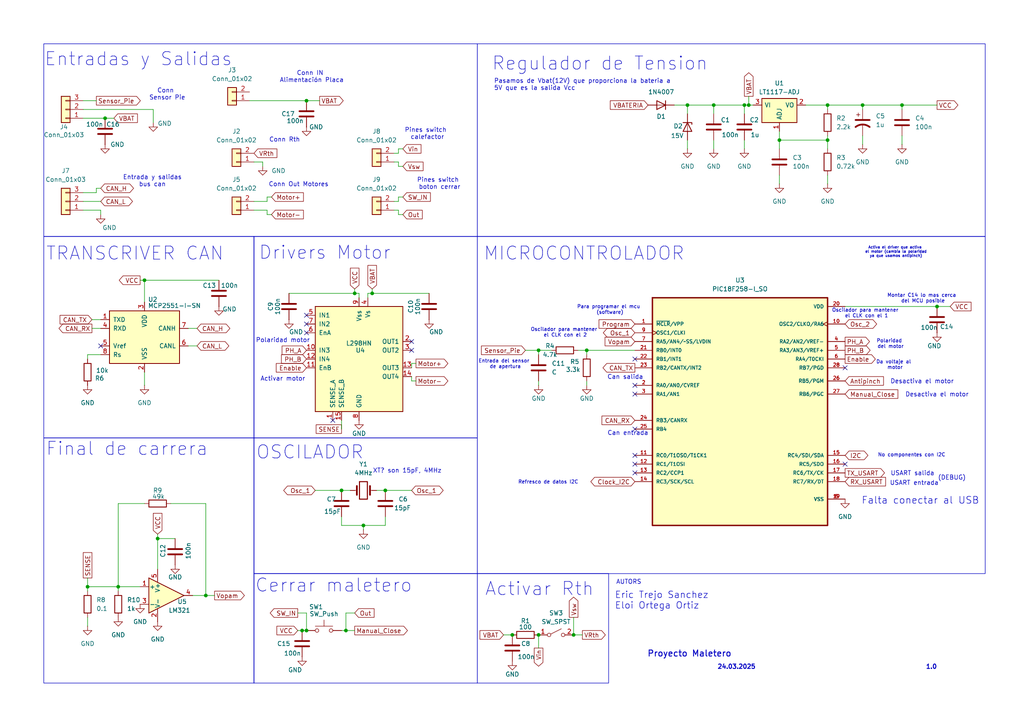
<source format=kicad_sch>
(kicad_sch (version 20250114) (generator "eeschema") (generator_version "9.0")
  (paper "A4")
  (lib_symbols
    (symbol "Amplifier_Operational:LM321" (pin_names (offset 0.127))
      (property "Reference" "U" (at 0 7.62 0))
      (property "Value" "LM321" (at 0 5.08 0))
      (symbol "LM321_0_1"
        (polyline (pts (xy -5.08 5.08) (xy 5.08 0) (xy -5.08 -5.08) (xy -5.08 5.08)) (stroke (width 0.254)) (fill (type background)))
      )
      (symbol "LM321_1_1"
        (pin input line (at -7.62 2.54 0) (length 2.54) (name "+") (number "1"))
        (pin input line (at -7.62 -2.54 0) (length 2.54) (name "-") (number "3"))
        (pin power_in line (at -2.54 7.62 270) (length 3.81) (name "V+") (number "5"))
        (pin power_in line (at -2.54 -7.62 90) (length 3.81) (name "V-") (number "2"))
        (pin output line (at 7.62 0 180) (length 2.54) (name "~") (number "4"))
      )
    )
    (symbol "Connector_Generic:Conn_01x02" (pin_names (offset 1.016) (hide yes))
      (property "Reference" "J" (at 0 2.54 0))
      (property "Value" "Conn_01x02" (at 0 -5.08 0))
      (symbol "Conn_01x02_1_1"
        (rectangle (start -1.27 1.27) (end 1.27 -3.81) (stroke (width 0.254)) (fill (type background)))
        (rectangle (start -1.27 0.127) (end 0 -0.127) (stroke (width 0.1524)))
        (rectangle (start -1.27 -2.413) (end 0 -2.667) (stroke (width 0.1524)))
        (pin passive line (at -5.08 0 0) (length 3.81) (name "Pin_1") (number "1"))
        (pin passive line (at -5.08 -2.54 0) (length 3.81) (name "Pin_2") (number "2"))
      )
    )
    (symbol "Connector_Generic:Conn_01x03" (pin_names (offset 1.016) (hide yes))
      (property "Reference" "J" (at 0 5.08 0))
      (property "Value" "Conn_01x03" (at 0 -5.08 0))
      (symbol "Conn_01x03_1_1"
        (rectangle (start -1.27 3.81) (end 1.27 -3.81) (stroke (width 0.254)) (fill (type background)))
        (rectangle (start -1.27 2.667) (end 0 2.413) (stroke (width 0.1524)))
        (rectangle (start -1.27 0.127) (end 0 -0.127) (stroke (width 0.1524)))
        (rectangle (start -1.27 -2.413) (end 0 -2.667) (stroke (width 0.1524)))
        (pin passive line (at -5.08 2.54 0) (length 3.81) (name "Pin_1") (number "1"))
        (pin passive line (at -5.08 0 0) (length 3.81) (name "Pin_2") (number "2"))
        (pin passive line (at -5.08 -2.54 0) (length 3.81) (name "Pin_3") (number "3"))
      )
    )
    (symbol "Device:C" (pin_numbers (hide yes)) (pin_names (offset 0.254))
      (property "Reference" "C" (at 0.635 2.54 0))
      (property "Value" "C" (at 0.635 -2.54 0))
      (symbol "C_0_1"
        (polyline (pts (xy -2.032 0.762) (xy 2.032 0.762)) (stroke (width 0.508)))
        (polyline (pts (xy -2.032 -0.762) (xy 2.032 -0.762)) (stroke (width 0.508)))
      )
      (symbol "C_1_1"
        (pin passive line (at 0 3.81 270) (length 2.794) (name "~") (number "1"))
        (pin passive line (at 0 -3.81 90) (length 2.794) (name "~") (number "2"))
      )
    )
    (symbol "Device:C_Polarized_US" (pin_numbers (hide yes)) (pin_names (offset 0.254) (hide yes))
      (property "Reference" "C" (at 0.635 2.54 0))
      (property "Value" "C_Polarized_US" (at 0.635 -2.54 0))
      (symbol "C_Polarized_US_0_1"
        (polyline (pts (xy -2.032 0.762) (xy 2.032 0.762)) (stroke (width 0.508)))
        (polyline (pts (xy -1.778 2.286) (xy -0.762 2.286)))
        (polyline (pts (xy -1.27 1.778) (xy -1.27 2.794)))
        (arc (start -2.032 -1.27) (mid 0 -0.5572) (end 2.032 -1.27) (stroke (width 0.508)))
      )
      (symbol "C_Polarized_US_1_1"
        (pin passive line (at 0 3.81 270) (length 2.794) (name "~") (number "1"))
        (pin passive line (at 0 -3.81 90) (length 3.302) (name "~") (number "2"))
      )
    )
    (symbol "Device:Crystal" (pin_numbers (hide yes)) (pin_names (offset 1.016) (hide yes))
      (property "Reference" "Y" (at 0 3.81 0))
      (property "Value" "Crystal" (at 0 -3.81 0))
      (symbol "Crystal_0_1"
        (polyline (pts (xy -2.54 0) (xy -1.905 0)))
        (polyline (pts (xy -1.905 -1.27) (xy -1.905 1.27)) (stroke (width 0.508)))
        (rectangle (start -1.143 2.54) (end 1.143 -2.54) (stroke (width 0.3048)))
        (polyline (pts (xy 1.905 -1.27) (xy 1.905 1.27)) (stroke (width 0.508)))
        (polyline (pts (xy 2.54 0) (xy 1.905 0)))
      )
      (symbol "Crystal_1_1"
        (pin passive line (at -3.81 0 0) (length 1.27) (name "1") (number "1"))
        (pin passive line (at 3.81 0 180) (length 1.27) (name "2") (number "2"))
      )
    )
    (symbol "Device:D" (pin_numbers (hide yes)) (pin_names (offset 1.016) (hide yes))
      (property "Reference" "D" (at 0 2.54 0))
      (property "Value" "D" (at 0 -2.54 0))
      (symbol "D_0_1"
        (polyline (pts (xy -1.27 1.27) (xy -1.27 -1.27)) (stroke (width 0.254)))
        (polyline (pts (xy 1.27 1.27) (xy 1.27 -1.27) (xy -1.27 0) (xy 1.27 1.27)) (stroke (width 0.254)))
        (polyline (pts (xy 1.27 0) (xy -1.27 0)))
      )
      (symbol "D_1_1"
        (pin passive line (at -3.81 0 0) (length 2.54) (name "K") (number "1"))
        (pin passive line (at 3.81 0 180) (length 2.54) (name "A") (number "2"))
      )
    )
    (symbol "Device:D_Zener" (pin_numbers (hide yes)) (pin_names (offset 1.016) (hide yes))
      (property "Reference" "D" (at 0 2.54 0))
      (property "Value" "D_Zener" (at 0 -2.54 0))
      (symbol "D_Zener_0_1"
        (polyline (pts (xy -1.27 -1.27) (xy -1.27 1.27) (xy -0.762 1.27)) (stroke (width 0.254)))
        (polyline (pts (xy 1.27 0) (xy -1.27 0)))
        (polyline (pts (xy 1.27 -1.27) (xy 1.27 1.27) (xy -1.27 0) (xy 1.27 -1.27)) (stroke (width 0.254)))
      )
      (symbol "D_Zener_1_1"
        (pin passive line (at -3.81 0 0) (length 2.54) (name "K") (number "1"))
        (pin passive line (at 3.81 0 180) (length 2.54) (name "A") (number "2"))
      )
    )
    (symbol "Device:R" (pin_numbers (hide yes)) (pin_names (offset 0))
      (property "Reference" "R" (at 2.032 0 90))
      (property "Value" "R" (at 0 0 90))
      (symbol "R_0_1"
        (rectangle (start -1.016 -2.54) (end 1.016 2.54) (stroke (width 0.254)))
      )
      (symbol "R_1_1"
        (pin passive line (at 0 3.81 270) (length 1.27) (name "~") (number "1"))
        (pin passive line (at 0 -3.81 90) (length 1.27) (name "~") (number "2"))
      )
    )
    (symbol "Driver_Motor:L298HN" (pin_names (offset 1.016))
      (property "Reference" "U" (at -10.16 16.51 0))
      (property "Value" "L298HN" (at 12.7 16.51 0))
      (symbol "L298HN_0_1"
        (rectangle (start -12.7 15.24) (end 12.7 -15.24) (stroke (width 0.254)) (fill (type background)))
      )
      (symbol "L298HN_1_1"
        (pin input line (at -15.24 12.7 0) (length 2.54) (name "IN1") (number "5"))
        (pin input line (at -15.24 10.16 0) (length 2.54) (name "IN2") (number "7"))
        (pin input line (at -15.24 7.62 0) (length 2.54) (name "EnA") (number "6"))
        (pin input line (at -15.24 2.54 0) (length 2.54) (name "IN3") (number "10"))
        (pin input line (at -15.24 0 0) (length 2.54) (name "IN4") (number "12"))
        (pin input line (at -15.24 -2.54 0) (length 2.54) (name "EnB") (number "11"))
        (pin power_in line (at -7.62 -17.78 90) (length 2.54) (name "SENSE_A") (number "1"))
        (pin power_in line (at -5.08 -17.78 90) (length 2.54) (name "SENSE_B") (number "15"))
        (pin power_in line (at 0 17.78 270) (length 2.54) (name "Vss") (number "9"))
        (pin power_in line (at 0 -17.78 90) (length 2.54) (name "GND") (number "8"))
        (pin power_in line (at 2.54 17.78 270) (length 2.54) (name "Vs") (number "4"))
        (pin output line (at 15.24 5.08 180) (length 2.54) (name "OUT1") (number "2"))
        (pin output line (at 15.24 2.54 180) (length 2.54) (name "OUT2") (number "3"))
        (pin output line (at 15.24 -2.54 180) (length 2.54) (name "OUT3") (number "13"))
        (pin output line (at 15.24 -5.08 180) (length 2.54) (name "OUT4") (number "14"))
      )
    )
    (symbol "Interface_CAN_LIN:MCP2551-I-SN" (pin_names (offset 1.016))
      (property "Reference" "U" (at -10.16 8.89 0))
      (property "Value" "MCP2551-I-SN" (at 2.54 8.89 0))
      (symbol "MCP2551-I-SN_0_1"
        (rectangle (start -10.16 7.62) (end 10.16 -7.62) (stroke (width 0.254)) (fill (type background)))
      )
      (symbol "MCP2551-I-SN_1_1"
        (pin input line (at -12.7 5.08 0) (length 2.54) (name "TXD") (number "1"))
        (pin output line (at -12.7 2.54 0) (length 2.54) (name "RXD") (number "4"))
        (pin power_out line (at -12.7 -2.54 0) (length 2.54) (name "Vref") (number "5"))
        (pin input line (at -12.7 -5.08 0) (length 2.54) (name "Rs") (number "8"))
        (pin power_in line (at 0 10.16 270) (length 2.54) (name "VDD") (number "3"))
        (pin power_in line (at 0 -10.16 90) (length 2.54) (name "VSS") (number "2"))
        (pin bidirectional line (at 12.7 2.54 180) (length 2.54) (name "CANH") (number "7"))
        (pin bidirectional line (at 12.7 -2.54 180) (length 2.54) (name "CANL") (number "6"))
      )
    )
    (symbol "PIC18F258-I_SO:PIC18F258-I_SO" (pin_names (offset 1.016))
      (property "Reference" "U" (at -25.4 34.02 0))
      (property "Value" "PIC18F258-I_SO" (at -25.4 -37.02 0))
      (symbol "PIC18F258-I_SO_0_0"
        (rectangle (start -25.4 -33.02) (end 25.4 33.02) (stroke (width 0.41)) (fill (type background)))
        (pin input line (at -30.48 25.4 0) (length 5.08) (name "~{MCLR}/VPP") (number "1"))
        (pin input clock (at -30.48 22.86 0) (length 5.08) (name "OSC1/CLKI") (number "9"))
        (pin input line (at -30.48 20.32 0) (length 5.08) (name "RA5/AN4/~SS/LVDIN") (number "7"))
        (pin input line (at -30.48 17.78 0) (length 5.08) (name "RB0/INT0") (number "21"))
        (pin input line (at -30.48 15.24 0) (length 5.08) (name "RB1/INT1") (number "22"))
        (pin input line (at -30.48 12.7 0) (length 5.08) (name "RB2/CANTX/INT2") (number "23"))
        (pin bidirectional line (at -30.48 7.62 0) (length 5.08) (name "RA0/AN0/CVREF") (number "2"))
        (pin bidirectional line (at -30.48 5.08 0) (length 5.08) (name "RA1/AN1") (number "3"))
        (pin bidirectional line (at -30.48 -2.54 0) (length 5.08) (name "RB3/CANRX") (number "24"))
        (pin bidirectional line (at -30.48 -5.08 0) (length 5.08) (name "RB4") (number "25"))
        (pin bidirectional line (at -30.48 -12.7 0) (length 5.08) (name "RC0/T1OSO/T1CK1") (number "11"))
        (pin bidirectional line (at -30.48 -15.24 0) (length 5.08) (name "RC1/T1OSI") (number "12"))
        (pin bidirectional line (at -30.48 -17.78 0) (length 5.08) (name "RC2/CCP1") (number "13"))
        (pin bidirectional line (at -30.48 -20.32 0) (length 5.08) (name "RC3/SCK/SCL") (number "14"))
        (pin power_in line (at 30.48 30.48 180) (length 5.08) (name "VDD") (number "20"))
        (pin output clock (at 30.48 25.4 180) (length 5.08) (name "OSC2/CLKO/RA6") (number "10"))
        (pin bidirectional line (at 30.48 20.32 180) (length 5.08) (name "RA2/AN2/VREF-") (number "4"))
        (pin bidirectional line (at 30.48 17.78 180) (length 5.08) (name "RA3/AN3/VREF+") (number "5"))
        (pin bidirectional line (at 30.48 15.24 180) (length 5.08) (name "RA4/T0CKI") (number "6"))
        (pin bidirectional line (at 30.48 12.7 180) (length 5.08) (name "RB7/PGD") (number "28"))
        (pin bidirectional line (at 30.48 8.89 180) (length 5.08) (name "RB5/PGM") (number "26"))
        (pin bidirectional line (at 30.48 5.08 180) (length 5.08) (name "RB6/PGC") (number "27"))
        (pin bidirectional line (at 30.48 -12.7 180) (length 5.08) (name "RC4/SDI/SDA") (number "15"))
        (pin bidirectional line (at 30.48 -15.24 180) (length 5.08) (name "RC5/SDO") (number "16"))
        (pin bidirectional line (at 30.48 -17.78 180) (length 5.08) (name "RC6/TX/CK") (number "17"))
        (pin bidirectional line (at 30.48 -20.32 180) (length 5.08) (name "RC7/RX/DT") (number "18"))
        (pin power_in line (at 30.48 -25.4 180) (length 5.08) (name "VSS") (number "19"))
        (pin power_in line (at 30.48 -25.4 180) (length 5.08) (name "VSS") (number "8"))
      )
    )
    (symbol "Regulator_Linear:LT1117-ADJ" (pin_names (offset 0.762))
      (property "Reference" "U" (at -3.81 3.175 0))
      (property "Value" "LT1117-ADJ" (at 0 3.175 0))
      (symbol "LT1117-ADJ_0_1"
        (rectangle (start -5.08 -5.08) (end 5.08 1.905) (stroke (width 0.254)) (fill (type background)))
      )
      (symbol "LT1117-ADJ_1_1"
        (pin power_in line (at -7.62 0 0) (length 2.54) (name "VI") (number "3"))
        (pin input line (at 0 -7.62 90) (length 2.54) (name "ADJ") (number "1"))
        (pin power_out line (at 7.62 0 180) (length 2.54) (name "VO") (number "2"))
      )
    )
    (symbol "Switch:SW_Push" (pin_numbers (hide yes)) (pin_names (offset 1.016) (hide yes))
      (property "Reference" "SW" (at 1.27 2.54 0))
      (property "Value" "SW_Push" (at 0 -1.524 0))
      (symbol "SW_Push_0_1"
        (circle (center -2.032 0) (radius 0.508))
        (polyline (pts (xy 0 1.27) (xy 0 3.048)))
        (circle (center 2.032 0) (radius 0.508))
        (polyline (pts (xy 2.54 1.27) (xy -2.54 1.27)))
        (pin passive line (at -5.08 0 0) (length 2.54) (name "1") (number "1"))
        (pin passive line (at 5.08 0 180) (length 2.54) (name "2") (number "2"))
      )
    )
    (symbol "Switch:SW_SPST" (pin_names (offset 0) (hide yes))
      (property "Reference" "SW" (at 0 3.175 0))
      (property "Value" "SW_SPST" (at 0 -2.54 0))
      (symbol "SW_SPST_0_0"
        (circle (center -2.032 0) (radius 0.508))
        (polyline (pts (xy -1.524 0.254) (xy 1.524 1.778)))
        (circle (center 2.032 0) (radius 0.508))
      )
      (symbol "SW_SPST_1_1"
        (pin passive line (at -5.08 0 0) (length 2.54) (name "A") (number "1"))
        (pin passive line (at 5.08 0 180) (length 2.54) (name "B") (number "2"))
      )
    )
    (symbol "power:GND" (power) (pin_numbers (hide yes)) (pin_names (offset 0) (hide yes))
      (property "Value" "GND" (at 0 -3.81 0))
      (symbol "GND_0_1"
        (polyline (pts (xy 0 0) (xy 0 -1.27) (xy 1.27 -1.27) (xy 0 -2.54) (xy -1.27 -1.27) (xy 0 -1.27)))
      )
      (symbol "GND_1_1"
        (pin power_in line (at 0 0 270) (length 0) (name "~") (number "1"))
      )
    )
  )
  (rectangle (start 73.66 127) (end 138.43 166.37))
  (rectangle (start 138.43 166.37) (end 176.53 198.12))
  (rectangle (start 138.43 68.58) (end 285.75 166.37))
  (rectangle (start 12.7 68.58) (end 73.66 127))
  (rectangle (start 12.7 127) (end 73.66 198.12))
  (rectangle (start 73.66 166.37) (end 138.43 198.12))
  (rectangle (start 138.43 12.7) (end 285.75 68.58))
  (rectangle (start 12.7 12.7) (end 138.43 68.58))
  (rectangle (start 73.66 68.58) (end 138.43 127))
  (text "Pines switch \ncalefactor" (at 123.952 38.862 0) (effects (font (size 1.27 1.27))))
  (text "Desactiva el motor" (at 271.78 114.554 0) (effects (font (size 1.27 1.27))))
  (text "Activar Rth" (at 156.464 170.942 0) (effects (font (size 3.81 3.81))))
  (text "Activar motor" (at 82.042 109.982 0) (effects (font (size 1.27 1.27))))
  (text "Cerrar maletero" (at 96.774 169.926 0) (effects (font (size 3.81 3.81))))
  (text "USART salida" (at 264.668 137.414 0) (effects (font (size 1.27 1.27))))
  (text "Refresco de datos I2C" (exclude_from_sim yes) (at 159.004 139.954 0) (effects (font (size 1.016 1.016))))
  (text "Conn Rth" (at 82.55 40.64 0) (effects (font (size 1.27 1.27))))
  (text "Para programar el mcu\n (software)" (at 176.53 89.916 0) (effects (font (size 1.016 1.016))))
  (text "Polaridad \ndel motor" (at 258.318 99.822 0) (effects (font (size 1.016 1.016))))
  (text "USART entrada" (at 265.176 140.208 0) (effects (font (size 1.27 1.27))))
  (text "Eric Trejo Sanchez\nEloi Ortega Ortiz" (at 178.308 174.244 0) (effects (font (size 1.905 1.905)) (justify left)))
  (text "Regulador de Tension" (at 173.99 18.542 0) (effects (font (size 3.81 3.81))))
  (text "Da voltaje al \nmotor" (at 259.588 105.918 0) (effects (font (size 1.016 1.016))))
  (text "Pasamos de Vbat(12V) que proporciona la bateria a \n5V que es la salida Vcc" (at 143.256 24.638 0) (effects (font (size 1.27 1.27)) (justify left)))
  (text "Entradas y Salidas" (at 40.132 17.272 0) (effects (font (size 3.81 3.81))))
  (text "Desactiva el motor" (at 267.462 110.744 0) (effects (font (size 1.27 1.27))))
  (text "1.0\n" (at 268.478 193.548 0) (effects (font (size 1.27 1.27) (thickness 0.254) (bold yes)) (justify left)))
  (text "MICROCONTROLADOR" (at 169.418 73.66 0) (effects (font (size 3.81 3.81))))
  (text "TRANSCRIVER CAN" (at 39.116 73.66 0) (effects (font (size 3.81 3.81))))
  (text "XT? son 15pF, 4MHz\n" (at 118.11 136.652 0) (effects (font (size 1.27 1.27))))
  (text "Oscilador para mantener\n el CLK con el 1" (at 250.952 90.932 0) (effects (font (size 1.016 1.016))))
  (text "Entrada del sensor \nde apertura" (at 146.558 105.664 0) (effects (font (size 1.016 1.016))))
  (text "Can salida\n" (at 181.356 109.474 0) (effects (font (size 1.27 1.27))))
  (text "Conn Out Motores\n" (at 86.614 53.594 0) (effects (font (size 1.27 1.27))))
  (text "OSCILADOR" (at 89.916 131.318 0) (effects (font (size 3.81 3.81))))
  (text "Proyecto Maletero" (at 187.706 189.738 0) (effects (font (size 1.778 1.778) (thickness 0.254) (bold yes)) (justify left)))
  (text "Montar C14 lo mas cerca \ndel MCU posible" (at 267.716 86.614 0) (effects (font (size 1.016 1.016))))
  (text "Can entrada" (at 182.118 125.73 0) (effects (font (size 1.27 1.27))))
  (text "AUTORS" (at 182.372 168.91 0) (effects (font (size 1.27 1.27))))
  (text "24.03.2025" (at 208.026 193.548 0) (effects (font (size 1.27 1.27) (thickness 0.254) (bold yes)) (justify left)))
  (text "Final de carrera\n" (at 36.83 130.302 0) (effects (font (size 3.81 3.81))))
  (text "Oscilador para mantener\n el CLK con el 2" (at 163.576 96.52 0) (effects (font (size 1.016 1.016))))
  (text "(DEBUG)" (at 276.098 138.684 0) (effects (font (size 1.27 1.27))))
  (text "Falta conectar al USB\n" (at 266.954 145.288 0) (effects (font (size 2.0066 2.0066))))
  (text "Polaridad motor" (at 82.042 98.806 0) (effects (font (size 1.27 1.27))))
  (text "Conn IN \nAlimentación Placa" (at 90.424 22.352 0) (effects (font (size 1.27 1.27))))
  (text "Drivers Motor" (at 94.234 73.406 0) (effects (font (size 3.81 3.81))))
  (text "No componentes con I2C" (exclude_from_sim yes) (at 264.414 132.08 0) (effects (font (size 1.016 1.016))))
  (text "Entrada y salidas\nbus can" (at 44.196 52.578 0) (effects (font (size 1.27 1.27))))
  (text "Pines switch \nboton cerrar" (at 127.508 53.34 0) (effects (font (size 1.27 1.27))))
  (text "Conn \nSensor Pie\n\n" (at 48.514 28.448 0) (effects (font (size 1.27 1.27))))
  (text "Activa el driver que activa\n el motor (cambia la polaridad\n ya que usamos antipinch)\n" (at 259.588 73.152 0) (effects (font (size 0.762 0.762))))
  (junction (at 215.9 30.48))
  (junction (at 217.17 30.48))
  (junction (at 100.33 182.88))
  (junction (at 148.59 184.15))
  (junction (at 107.95 85.09))
  (junction (at 88.9 182.88))
  (junction (at 34.29 170.18))
  (junction (at 170.18 101.6))
  (junction (at 207.01 30.48))
  (junction (at 226.06 40.64))
  (junction (at 250.19 30.48))
  (junction (at 105.41 152.4))
  (junction (at 261.62 30.48))
  (junction (at 25.4 170.18))
  (junction (at 199.39 30.48))
  (junction (at 166.37 184.15))
  (junction (at 271.78 88.9))
  (junction (at 102.87 85.09))
  (junction (at 156.21 184.15))
  (junction (at 30.48 34.29))
  (junction (at 88.9 29.21))
  (junction (at 59.69 172.72))
  (junction (at 111.76 142.24))
  (junction (at 41.91 81.28))
  (junction (at 156.21 101.6))
  (junction (at 240.03 40.64))
  (junction (at 87.63 182.88))
  (junction (at 240.03 30.48))
  (junction (at 45.72 156.21))
  (junction (at 99.06 142.24))
  (no_connect (at 184.15 124.46))
  (no_connect (at 119.38 99.06))
  (no_connect (at 119.38 101.6))
  (no_connect (at 29.21 100.33))
  (no_connect (at 184.15 111.76))
  (no_connect (at 184.15 104.14))
  (no_connect (at 96.52 121.92))
  (no_connect (at 88.9 91.44))
  (no_connect (at 88.9 96.52))
  (no_connect (at 88.9 93.98))
  (no_connect (at 245.11 134.62))
  (no_connect (at 184.15 134.62))
  (no_connect (at 184.15 114.3))
  (no_connect (at 184.15 132.08))
  (no_connect (at 245.11 106.68))
  (no_connect (at 184.15 137.16))
  (wire (pts (xy 166.37 184.15) (xy 166.37 179.07)))
  (wire (pts (xy 199.39 30.48) (xy 207.01 30.48)))
  (wire (pts (xy 215.9 40.64) (xy 215.9 43.18)))
  (wire (pts (xy 226.06 40.64) (xy 226.06 43.18)))
  (wire (pts (xy 115.57 57.15) (xy 115.57 58.42)))
  (wire (pts (xy 102.87 85.09) (xy 104.14 85.09)))
  (wire (pts (xy 166.37 184.15) (xy 168.91 184.15)))
  (wire (pts (xy 119.38 105.41) (xy 120.65 105.41)))
  (wire (pts (xy 207.01 40.64) (xy 207.01 43.18)))
  (wire (pts (xy 76.2 46.99) (xy 73.66 46.99)))
  (wire (pts (xy 250.19 30.48) (xy 261.62 30.48)))
  (wire (pts (xy 233.68 30.48) (xy 240.03 30.48)))
  (wire (pts (xy 261.62 30.48) (xy 271.78 30.48)))
  (wire (pts (xy 54.61 100.33) (xy 57.15 100.33)))
  (wire (pts (xy 119.38 110.49) (xy 120.65 110.49)))
  (wire (pts (xy 29.21 60.96) (xy 29.21 62.23)))
  (wire (pts (xy 24.13 34.29) (xy 30.48 34.29)))
  (wire (pts (xy 156.21 111.76) (xy 156.21 110.49)))
  (wire (pts (xy 25.4 102.87) (xy 29.21 102.87)))
  (wire (pts (xy 26.67 92.71) (xy 29.21 92.71)))
  (wire (pts (xy 119.38 109.22) (xy 119.38 110.49)))
  (wire (pts (xy 59.69 146.05) (xy 59.69 172.72)))
  (wire (pts (xy 100.33 182.88) (xy 102.87 182.88)))
  (wire (pts (xy 45.72 154.94) (xy 45.72 156.21)))
  (wire (pts (xy 25.4 104.14) (xy 25.4 102.87)))
  (wire (pts (xy 156.21 101.6) (xy 156.21 102.87)))
  (wire (pts (xy 115.57 46.99) (xy 114.3 46.99)))
  (wire (pts (xy 250.19 30.48) (xy 250.19 31.75)))
  (wire (pts (xy 250.19 39.37) (xy 250.19 41.91)))
  (wire (pts (xy 99.06 124.46) (xy 99.06 121.92)))
  (wire (pts (xy 226.06 50.8) (xy 226.06 53.34)))
  (wire (pts (xy 40.64 81.28) (xy 41.91 81.28)))
  (wire (pts (xy 207.01 30.48) (xy 207.01 33.02)))
  (wire (pts (xy 73.66 60.96) (xy 77.47 60.96)))
  (wire (pts (xy 199.39 30.48) (xy 199.39 33.02)))
  (wire (pts (xy 152.4 101.6) (xy 156.21 101.6)))
  (wire (pts (xy 77.47 62.23) (xy 78.74 62.23)))
  (wire (pts (xy 26.67 95.25) (xy 29.21 95.25)))
  (wire (pts (xy 106.68 85.09) (xy 106.68 86.36)))
  (wire (pts (xy 102.87 177.8) (xy 100.33 177.8)))
  (wire (pts (xy 88.9 182.88) (xy 87.63 182.88)))
  (wire (pts (xy 91.44 142.24) (xy 99.06 142.24)))
  (wire (pts (xy 41.91 81.28) (xy 63.5 81.28)))
  (wire (pts (xy 24.13 55.88) (xy 27.94 55.88)))
  (wire (pts (xy 115.57 58.42) (xy 114.3 58.42)))
  (wire (pts (xy 115.57 48.26) (xy 115.57 46.99)))
  (wire (pts (xy 156.21 187.96) (xy 156.21 184.15)))
  (wire (pts (xy 99.06 152.4) (xy 99.06 149.86)))
  (wire (pts (xy 59.69 172.72) (xy 62.23 172.72)))
  (wire (pts (xy 240.03 39.37) (xy 240.03 40.64)))
  (wire (pts (xy 170.18 101.6) (xy 184.15 101.6)))
  (wire (pts (xy 76.2 48.26) (xy 76.2 46.99)))
  (wire (pts (xy 25.4 170.18) (xy 34.29 170.18)))
  (wire (pts (xy 55.88 172.72) (xy 59.69 172.72)))
  (wire (pts (xy 87.63 182.88) (xy 86.36 182.88)))
  (wire (pts (xy 170.18 110.49) (xy 170.18 111.76)))
  (wire (pts (xy 215.9 30.48) (xy 217.17 30.48)))
  (wire (pts (xy 170.18 101.6) (xy 167.64 101.6)))
  (wire (pts (xy 34.29 170.18) (xy 34.29 171.45)))
  (wire (pts (xy 105.41 152.4) (xy 105.41 153.67)))
  (wire (pts (xy 44.45 31.75) (xy 44.45 35.56)))
  (wire (pts (xy 27.94 54.61) (xy 29.21 54.61)))
  (wire (pts (xy 156.21 101.6) (xy 160.02 101.6)))
  (wire (pts (xy 88.9 29.21) (xy 92.71 29.21)))
  (wire (pts (xy 25.4 179.07) (xy 25.4 181.61)))
  (wire (pts (xy 261.62 39.37) (xy 261.62 41.91)))
  (wire (pts (xy 104.14 85.09) (xy 104.14 86.36)))
  (wire (pts (xy 207.01 30.48) (xy 215.9 30.48)))
  (wire (pts (xy 109.22 142.24) (xy 111.76 142.24)))
  (wire (pts (xy 27.94 55.88) (xy 27.94 54.61)))
  (wire (pts (xy 77.47 57.15) (xy 77.47 58.42)))
  (wire (pts (xy 102.87 83.82) (xy 102.87 85.09)))
  (wire (pts (xy 99.06 182.88) (xy 100.33 182.88)))
  (wire (pts (xy 41.91 81.28) (xy 41.91 87.63)))
  (wire (pts (xy 240.03 50.8) (xy 240.03 53.34)))
  (wire (pts (xy 226.06 40.64) (xy 240.03 40.64)))
  (wire (pts (xy 195.58 30.48) (xy 199.39 30.48)))
  (wire (pts (xy 217.17 27.94) (xy 217.17 30.48)))
  (wire (pts (xy 49.53 146.05) (xy 59.69 146.05)))
  (wire (pts (xy 73.66 58.42) (xy 77.47 58.42)))
  (wire (pts (xy 115.57 43.18) (xy 116.84 43.18)))
  (wire (pts (xy 100.33 177.8) (xy 100.33 182.88)))
  (wire (pts (xy 245.11 88.9) (xy 271.78 88.9)))
  (wire (pts (xy 271.78 88.9) (xy 275.59 88.9)))
  (wire (pts (xy 111.76 149.86) (xy 111.76 152.4)))
  (wire (pts (xy 54.61 95.25) (xy 57.15 95.25)))
  (wire (pts (xy 25.4 170.18) (xy 25.4 171.45)))
  (wire (pts (xy 25.4 167.64) (xy 25.4 170.18)))
  (wire (pts (xy 240.03 40.64) (xy 240.03 43.18)))
  (wire (pts (xy 116.84 48.26) (xy 115.57 48.26)))
  (wire (pts (xy 115.57 43.18) (xy 115.57 44.45)))
  (wire (pts (xy 24.13 31.75) (xy 44.45 31.75)))
  (wire (pts (xy 99.06 152.4) (xy 105.41 152.4)))
  (wire (pts (xy 24.13 58.42) (xy 29.21 58.42)))
  (wire (pts (xy 88.9 177.8) (xy 86.36 177.8)))
  (wire (pts (xy 215.9 30.48) (xy 215.9 33.02)))
  (wire (pts (xy 119.38 106.68) (xy 119.38 105.41)))
  (wire (pts (xy 41.91 111.76) (xy 41.91 107.95)))
  (wire (pts (xy 78.74 57.15) (xy 77.47 57.15)))
  (wire (pts (xy 107.95 85.09) (xy 124.46 85.09)))
  (wire (pts (xy 240.03 30.48) (xy 240.03 31.75)))
  (wire (pts (xy 30.48 34.29) (xy 33.02 34.29)))
  (wire (pts (xy 83.82 85.09) (xy 102.87 85.09)))
  (wire (pts (xy 34.29 170.18) (xy 40.64 170.18)))
  (wire (pts (xy 170.18 101.6) (xy 170.18 102.87)))
  (wire (pts (xy 24.13 60.96) (xy 29.21 60.96)))
  (wire (pts (xy 41.91 146.05) (xy 34.29 146.05)))
  (wire (pts (xy 45.72 156.21) (xy 45.72 165.1)))
  (wire (pts (xy 72.39 29.21) (xy 88.9 29.21)))
  (wire (pts (xy 107.95 83.82) (xy 107.95 85.09)))
  (wire (pts (xy 240.03 30.48) (xy 250.19 30.48)))
  (wire (pts (xy 261.62 30.48) (xy 261.62 31.75)))
  (wire (pts (xy 106.68 85.09) (xy 107.95 85.09)))
  (wire (pts (xy 24.13 29.21) (xy 27.94 29.21)))
  (wire (pts (xy 34.29 146.05) (xy 34.29 170.18)))
  (wire (pts (xy 88.9 182.88) (xy 88.9 177.8)))
  (wire (pts (xy 116.84 57.15) (xy 115.57 57.15)))
  (wire (pts (xy 45.72 156.21) (xy 50.8 156.21)))
  (wire (pts (xy 115.57 44.45) (xy 114.3 44.45)))
  (wire (pts (xy 105.41 152.4) (xy 111.76 152.4)))
  (wire (pts (xy 99.06 142.24) (xy 101.6 142.24)))
  (wire (pts (xy 115.57 60.96) (xy 114.3 60.96)))
  (wire (pts (xy 217.17 30.48) (xy 218.44 30.48)))
  (wire (pts (xy 116.84 62.23) (xy 115.57 62.23)))
  (wire (pts (xy 146.05 184.15) (xy 148.59 184.15)))
  (wire (pts (xy 199.39 40.64) (xy 199.39 43.18)))
  (wire (pts (xy 77.47 60.96) (xy 77.47 62.23)))
  (wire (pts (xy 115.57 62.23) (xy 115.57 60.96)))
  (wire (pts (xy 226.06 38.1) (xy 226.06 40.64)))
  (wire (pts (xy 111.76 142.24) (xy 119.38 142.24)))
  (global_label "SW_IN" (shape input) (at 116.84 57.15 0) (property "Intersheetrefs" "${INTERSHEET_REFS}" (effects (hide yes))))
  (global_label "CAN_RX" (shape input) (at 184.15 121.92 180) (property "Intersheetrefs" "${INTERSHEET_REFS}" (effects (hide yes))))
  (global_label "VRth" (shape input) (at 73.66 44.45 0) (property "Intersheetrefs" "${INTERSHEET_REFS}" (effects (hide yes))))
  (global_label "VBAT" (shape input) (at 107.95 83.82 90) (property "Intersheetrefs" "${INTERSHEET_REFS}" (effects (hide yes))))
  (global_label "VCC" (shape input) (at 275.59 88.9 0) (property "Intersheetrefs" "${INTERSHEET_REFS}" (effects (hide yes))))
  (global_label "Motor+" (shape input) (at 78.74 57.15 0) (property "Intersheetrefs" "${INTERSHEET_REFS}" (effects (hide yes))))
  (global_label "Osc_1" (shape bidirectional) (at 119.38 142.24 0) (property "Intersheetrefs" "${INTERSHEET_REFS}" (effects (hide yes))))
  (global_label "VBAT" (shape output) (at 217.17 27.94 90) (property "Intersheetrefs" "${INTERSHEET_REFS}" (effects (hide yes))))
  (global_label "Motor+" (shape output) (at 120.65 105.41 0) (property "Intersheetrefs" "${INTERSHEET_REFS}" (effects (hide yes))))
  (global_label "RX_USART" (shape input) (at 245.11 139.7 0) (property "Intersheetrefs" "${INTERSHEET_REFS}" (effects (hide yes))))
  (global_label "VBATERIA" (shape input) (at 187.96 30.48 180) (property "Intersheetrefs" "${INTERSHEET_REFS}" (effects (hide yes))))
  (global_label "VCC" (shape input) (at 102.87 83.82 90) (property "Intersheetrefs" "${INTERSHEET_REFS}" (effects (hide yes))))
  (global_label "Enable" (shape output) (at 245.11 104.14 0) (property "Intersheetrefs" "${INTERSHEET_REFS}" (effects (hide yes))))
  (global_label "Enable" (shape input) (at 88.9 106.68 180) (property "Intersheetrefs" "${INTERSHEET_REFS}" (effects (hide yes))))
  (global_label "Vin" (shape output) (at 156.21 187.96 270) (property "Intersheetrefs" "${INTERSHEET_REFS}" (effects (hide yes))))
  (global_label "Osc_1" (shape bidirectional) (at 91.44 142.24 180) (property "Intersheetrefs" "${INTERSHEET_REFS}" (effects (hide yes))))
  (global_label "Sensor_Pie" (shape output) (at 27.94 29.21 0) (property "Intersheetrefs" "${INTERSHEET_REFS}" (effects (hide yes))))
  (global_label "Out" (shape input) (at 102.87 177.8 0) (property "Intersheetrefs" "${INTERSHEET_REFS}" (effects (hide yes))))
  (global_label "SENSE" (shape passive) (at 25.4 167.64 90) (property "Intersheetrefs" "${INTERSHEET_REFS}" (effects (hide yes))))
  (global_label "Manual_Close" (shape input) (at 245.11 114.3 0) (property "Intersheetrefs" "${INTERSHEET_REFS}" (effects (hide yes))))
  (global_label "Vopam" (shape output) (at 62.23 172.72 0) (property "Intersheetrefs" "${INTERSHEET_REFS}" (effects (hide yes))))
  (global_label "VBAT" (shape input) (at 33.02 34.29 0) (property "Intersheetrefs" "${INTERSHEET_REFS}" (effects (hide yes))))
  (global_label "CAN_TX" (shape input) (at 26.67 92.71 180) (property "Intersheetrefs" "${INTERSHEET_REFS}" (effects (hide yes))))
  (global_label "CAN_TX" (shape output) (at 184.15 106.68 180) (property "Intersheetrefs" "${INTERSHEET_REFS}" (effects (hide yes))))
  (global_label "SENSE" (shape passive) (at 99.06 124.46 180) (property "Intersheetrefs" "${INTERSHEET_REFS}" (effects (hide yes))))
  (global_label "VBAT" (shape input) (at 146.05 184.15 180) (property "Intersheetrefs" "${INTERSHEET_REFS}" (effects (hide yes))))
  (global_label "Osc_1" (shape bidirectional) (at 184.15 96.52 180) (property "Intersheetrefs" "${INTERSHEET_REFS}" (effects (hide yes))))
  (global_label "VBAT" (shape output) (at 92.71 29.21 0) (property "Intersheetrefs" "${INTERSHEET_REFS}" (effects (hide yes))))
  (global_label "Out" (shape input) (at 116.84 62.23 0) (property "Intersheetrefs" "${INTERSHEET_REFS}" (effects (hide yes))))
  (global_label "PH_B" (shape input) (at 88.9 104.14 180) (property "Intersheetrefs" "${INTERSHEET_REFS}" (effects (hide yes))))
  (global_label "Vsw" (shape input) (at 116.84 48.26 0) (property "Intersheetrefs" "${INTERSHEET_REFS}" (effects (hide yes))))
  (global_label "Antipinch" (shape input) (at 245.11 110.49 0) (property "Intersheetrefs" "${INTERSHEET_REFS}" (effects (hide yes))))
  (global_label "VCC" (shape output) (at 40.64 81.28 180) (property "Intersheetrefs" "${INTERSHEET_REFS}" (effects (hide yes))))
  (global_label "Vin" (shape input) (at 116.84 43.18 0) (property "Intersheetrefs" "${INTERSHEET_REFS}" (effects (hide yes))))
  (global_label "VCC" (shape output) (at 271.78 30.48 0) (property "Intersheetrefs" "${INTERSHEET_REFS}" (effects (hide yes))))
  (global_label "PH_A" (shape input) (at 88.9 101.6 180) (property "Intersheetrefs" "${INTERSHEET_REFS}" (effects (hide yes))))
  (global_label "PH_B" (shape output) (at 245.11 101.6 0) (property "Intersheetrefs" "${INTERSHEET_REFS}" (effects (hide yes))))
  (global_label "PH_A" (shape output) (at 245.11 99.06 0) (property "Intersheetrefs" "${INTERSHEET_REFS}" (effects (hide yes))))
  (global_label "TX_USART" (shape output) (at 245.11 137.16 0) (property "Intersheetrefs" "${INTERSHEET_REFS}" (effects (hide yes))))
  (global_label "Motor-" (shape output) (at 120.65 110.49 0) (property "Intersheetrefs" "${INTERSHEET_REFS}" (effects (hide yes))))
  (global_label "SW_IN" (shape output) (at 86.36 177.8 180) (property "Intersheetrefs" "${INTERSHEET_REFS}" (effects (hide yes))))
  (global_label "CAN_L" (shape bidirectional) (at 57.15 100.33 0) (property "Intersheetrefs" "${INTERSHEET_REFS}" (effects (hide yes))))
  (global_label "CAN_H" (shape bidirectional) (at 57.15 95.25 0) (property "Intersheetrefs" "${INTERSHEET_REFS}" (effects (hide yes))))
  (global_label "Program" (shape input) (at 184.15 93.98 180) (property "Intersheetrefs" "${INTERSHEET_REFS}" (effects (hide yes))))
  (global_label "CAN_L" (shape bidirectional) (at 29.21 58.42 0) (property "Intersheetrefs" "${INTERSHEET_REFS}" (effects (hide yes))))
  (global_label "VRth" (shape output) (at 168.91 184.15 0) (property "Intersheetrefs" "${INTERSHEET_REFS}" (effects (hide yes))))
  (global_label "VCC" (shape input) (at 86.36 182.88 180) (property "Intersheetrefs" "${INTERSHEET_REFS}" (effects (hide yes))))
  (global_label "Osc_2" (shape bidirectional) (at 245.11 93.98 0) (property "Intersheetrefs" "${INTERSHEET_REFS}" (effects (hide yes))))
  (global_label "Vsw" (shape output) (at 166.37 179.07 90) (property "Intersheetrefs" "${INTERSHEET_REFS}" (effects (hide yes))))
  (global_label "CAN_RX" (shape output) (at 26.67 95.25 180) (property "Intersheetrefs" "${INTERSHEET_REFS}" (effects (hide yes))))
  (global_label "Clock_I2C" (shape bidirectional) (at 184.15 139.7 180) (property "Intersheetrefs" "${INTERSHEET_REFS}" (effects (hide yes))))
  (global_label "Manual_Close" (shape output) (at 102.87 182.88 0) (property "Intersheetrefs" "${INTERSHEET_REFS}" (effects (hide yes))))
  (global_label "CAN_H" (shape bidirectional) (at 29.21 54.61 0) (property "Intersheetrefs" "${INTERSHEET_REFS}" (effects (hide yes))))
  (global_label "Vopam" (shape input) (at 184.15 99.06 180) (property "Intersheetrefs" "${INTERSHEET_REFS}" (effects (hide yes))))
  (global_label "Sensor_Pie" (shape input) (at 152.4 101.6 180) (property "Intersheetrefs" "${INTERSHEET_REFS}" (effects (hide yes))))
  (global_label "VCC" (shape input) (at 45.72 154.94 90) (property "Intersheetrefs" "${INTERSHEET_REFS}" (effects (hide yes))))
  (global_label "I2C" (shape bidirectional) (at 245.11 132.08 0) (property "Intersheetrefs" "${INTERSHEET_REFS}" (effects (hide yes))))
  (global_label "Motor-" (shape input) (at 78.74 62.23 0) (property "Intersheetrefs" "${INTERSHEET_REFS}" (effects (hide yes))))
  (symbol (lib_id "Device:R") (at 34.29 175.26 180) (unit 1)
    (property "Reference" "R10" (at 36.83 173.9899 0) (effects (justify right)))
    (property "Value" "1k" (at 36.83 176.5299 0) (effects (justify right)))
    (property "Description" "Resistor" (effects (hide yes)))
  )
  (symbol (lib_id "Connector_Generic:Conn_01x03") (at 19.05 31.75 180) (unit 1)
    (property "Reference" "J4" (at 18.542 36.83 0))
    (property "Value" "Conn_01x03" (at 18.542 39.116 0))
    (property "Description" "Generic connector, single row, 01x03, script generated (kicad-library-utils/schlib/autogen/connector/)" (effects (hide yes)))
  )
  (symbol (lib_id "power:GND") (at 40.64 175.26 0) (unit 1)
    (property "Reference" "#PWR025" (effects (hide yes)))
    (property "Value" "GND" (at 40.64 180.34 0))
    (property "Description" "Power symbol creates a global label with name \"GND\" , ground" (effects (hide yes)))
  )
  (symbol (lib_id "power:GND") (at 245.11 144.78 0) (unit 1)
    (property "Reference" "#PWR015" (effects (hide yes)))
    (property "Value" "GND" (at 245.11 149.86 0))
    (property "Description" "Power symbol creates a global label with name \"GND\" , ground" (effects (hide yes)))
  )
  (symbol (lib_id "Device:R") (at 45.72 146.05 90) (unit 1)
    (property "Reference" "R9" (at 45.72 142.24 90))
    (property "Value" "49k" (at 45.974 144.018 90))
    (property "Description" "Resistor" (effects (hide yes)))
  )
  (symbol (lib_id "Interface_CAN_LIN:MCP2551-I-SN") (at 41.91 97.79 0) (unit 1)
    (property "Reference" "U2" (at 42.926 86.868 0) (effects (justify left)))
    (property "Value" "MCP2551-I-SN" (at 42.926 88.646 0) (effects (justify left)))
    (property "Footprint" "Package_SO:SOIC-8_3.9x4.9mm_P1.27mm" (effects (hide yes)))
    (property "Datasheet" "http://ww1.microchip.com/downloads/en/devicedoc/21667d.pdf" (effects (hide yes)))
    (property "Description" "High-Speed CAN Transceiver, 1Mbps, 5V supply, SOIC-8" (effects (hide yes)))
  )
  (symbol (lib_id "power:GND") (at 226.06 53.34 0) (unit 1)
    (property "Reference" "#PWR010" (effects (hide yes)))
    (property "Value" "GND" (at 226.06 58.42 0))
    (property "Description" "Power symbol creates a global label with name \"GND\" , ground" (effects (hide yes)))
  )
  (symbol (lib_id "Connector_Generic:Conn_01x02") (at 109.22 46.99 180) (unit 1)
    (property "Reference" "J8" (at 109.22 38.1 0))
    (property "Value" "Conn_01x02" (at 109.22 40.64 0))
    (property "Description" "Generic connector, single row, 01x02, script generated (kicad-library-utils/schlib/autogen/connector/)" (effects (hide yes)))
  )
  (symbol (lib_id "Regulator_Linear:LT1117-ADJ") (at 226.06 30.48 0) (unit 1)
    (property "Reference" "U1" (at 226.06 24.13 0))
    (property "Value" "LT1117-ADJ" (at 226.06 26.67 0))
    (property "Datasheet" "https://www.analog.com/media/en/technical-documentation/data-sheets/1117fd.pdf" (effects (hide yes)))
    (property "Description" "800mA Low-Dropout Linear Regulator, adjustable output, SOT-223/TO-263" (effects (hide yes)))
  )
  (symbol (lib_id "Connector_Generic:Conn_01x02") (at 68.58 60.96 180) (unit 1)
    (property "Reference" "J5" (at 68.58 52.07 0))
    (property "Value" "Conn_01x02" (at 68.58 54.61 0))
    (property "Footprint" "TerminalBlock_Phoenix:TerminalBlock_Phoenix_MKDS-1,5-2-5.08_1x02_P5.08mm_Horizontal" (effects (hide yes)))
    (property "Description" "Generic connector, single row, 01x02, script generated (kicad-library-utils/schlib/autogen/connector/)" (effects (hide yes)))
  )
  (symbol (lib_id "Device:Crystal") (at 105.41 142.24 0) (unit 1)
    (property "Reference" "Y1" (at 105.41 134.62 0))
    (property "Value" "4MHz" (at 105.41 137.16 0))
    (property "Description" "Two pin crystal" (effects (hide yes)))
  )
  (symbol (lib_id "power:GND") (at 105.41 153.67 0) (unit 1)
    (property "Reference" "#PWR05" (effects (hide yes)))
    (property "Value" "GND" (at 105.41 158.75 0))
    (property "Description" "Power symbol creates a global label with name \"GND\" , ground" (effects (hide yes)))
  )
  (symbol (lib_id "Device:C") (at 88.9 33.02 180) (unit 1)
    (property "Reference" "C17" (at 83.566 33.02 0))
    (property "Value" "100n" (at 85.598 35.052 0))
    (property "Description" "Unpolarized capacitor" (effects (hide yes)))
  )
  (symbol (lib_id "Connector_Generic:Conn_01x02") (at 67.31 29.21 180) (unit 1)
    (property "Reference" "J3" (at 67.31 20.32 0))
    (property "Value" "Conn_01x02" (at 67.31 22.86 0))
    (property "Footprint" "TerminalBlock_Phoenix:TerminalBlock_Phoenix_MKDS-1,5-2-5.08_1x02_P5.08mm_Horizontal" (effects (hide yes)))
    (property "Description" "Generic connector, single row, 01x02, script generated (kicad-library-utils/schlib/autogen/connector/)" (effects (hide yes)))
  )
  (symbol (lib_id "Device:C") (at 111.76 146.05 0) (unit 1)
    (property "Reference" "C6" (at 115.57 144.7799 0) (effects (justify left)))
    (property "Value" "15pF" (at 114.3 147.32 0) (effects (justify left)))
    (property "Description" "Unpolarized capacitor" (effects (hide yes)))
  )
  (symbol (lib_id "power:GND") (at 156.21 111.76 0) (unit 1)
    (property "Reference" "#PWR019" (effects (hide yes)))
    (property "Value" "GND" (at 156.21 115.57 0))
    (property "Description" "Power symbol creates a global label with name \"GND\" , ground" (effects (hide yes)))
  )
  (symbol (lib_id "Amplifier_Operational:LM321") (at 48.26 172.72 0) (unit 1)
    (property "Reference" "U5" (at 52.832 174.498 0))
    (property "Value" "LM321" (at 52.07 177.038 0))
    (property "Footprint" "Package_TO_SOT_SMD:SOT-23-5" (effects (hide yes)))
    (property "Datasheet" "http://www.ti.com/lit/ds/symlink/lm321.pdf" (effects (hide yes)))
    (property "Description" "Low Power Single Operational Amplifier, SOT-23-5" (effects (hide yes)))
  )
  (symbol (lib_id "Device:R") (at 25.4 175.26 0) (unit 1)
    (property "Reference" "R8" (at 27.94 173.9899 0) (effects (justify left)))
    (property "Value" "0.1" (at 27.94 176.5299 0) (effects (justify left)))
    (property "Description" "Resistor" (effects (hide yes)))
  )
  (symbol (lib_id "Device:C_Polarized_US") (at 250.19 35.56 0) (unit 1)
    (property "Reference" "C5" (at 254 33.6549 0) (effects (justify left)))
    (property "Value" "1u" (at 254 36.1949 0) (effects (justify left)))
    (property "Description" "Polarized capacitor, US symbol" (effects (hide yes)))
  )
  (symbol (lib_id "Device:R") (at 240.03 35.56 0) (unit 1)
    (property "Reference" "R2" (at 242.57 34.2899 0) (effects (justify left)))
    (property "Value" "2.2k" (at 242.57 36.8299 0) (effects (justify left)))
    (property "Description" "Resistor" (effects (hide yes)))
  )
  (symbol (lib_id "Device:C") (at 271.78 92.71 180) (unit 1)
    (property "Reference" "C14" (at 274.574 94.742 0))
    (property "Value" "100n" (at 269.494 94.996 0))
    (property "Description" "Unpolarized capacitor" (effects (hide yes)))
  )
  (symbol (lib_id "Device:C") (at 99.06 146.05 0) (unit 1)
    (property "Reference" "C7" (at 94.742 144.78 0) (effects (justify left)))
    (property "Value" "15pF" (at 93.98 148.336 0) (effects (justify left)))
    (property "Description" "Unpolarized capacitor" (effects (hide yes)))
  )
  (symbol (lib_id "power:GND") (at 63.5 88.9 0) (unit 1)
    (property "Reference" "#PWR027" (effects (hide yes)))
    (property "Value" "GND" (at 64.516 89.662 0) (effects (justify left)))
    (property "Description" "Power symbol creates a global label with name \"GND\" , ground" (effects (hide yes)))
  )
  (symbol (lib_id "power:GND") (at 271.78 96.52 0) (unit 1)
    (property "Reference" "#PWR028" (effects (hide yes)))
    (property "Value" "GND" (at 273.05 100.33 0) (effects (justify right)))
    (property "Description" "Power symbol creates a global label with name \"GND\" , ground" (effects (hide yes)))
  )
  (symbol (lib_id "power:GND") (at 29.21 62.23 0) (unit 1)
    (property "Reference" "#PWR04" (effects (hide yes)))
    (property "Value" "GND" (at 31.75 66.04 0))
    (property "Description" "Power symbol creates a global label with name \"GND\" , ground" (effects (hide yes)))
  )
  (symbol (lib_id "power:GND") (at 199.39 43.18 0) (unit 1)
    (property "Reference" "#PWR07" (effects (hide yes)))
    (property "Value" "GND" (at 199.39 48.26 0))
    (property "Description" "Power symbol creates a global label with name \"GND\" , ground" (effects (hide yes)))
  )
  (symbol (lib_id "power:GND") (at 261.62 41.91 0) (unit 1)
    (property "Reference" "#PWR013" (effects (hide yes)))
    (property "Value" "GND" (at 261.62 46.99 0))
    (property "Description" "Power symbol creates a global label with name \"GND\" , ground" (effects (hide yes)))
  )
  (symbol (lib_id "Device:D") (at 191.77 30.48 180) (unit 1)
    (property "Reference" "D1" (at 191.77 33.782 0))
    (property "Value" "1N4007" (at 191.77 26.67 0))
    (property "Description" "Diode" (effects (hide yes)))
    (property "Sim.Device" "D" (effects (hide yes)))
    (property "Sim.Pins" "1=K 2=A" (effects (hide yes)))
  )
  (symbol (lib_id "power:GND") (at 207.01 43.18 0) (unit 1)
    (property "Reference" "#PWR08" (effects (hide yes)))
    (property "Value" "GND" (at 207.01 48.26 0))
    (property "Description" "Power symbol creates a global label with name \"GND\" , ground" (effects (hide yes)))
  )
  (symbol (lib_id "Connector_Generic:Conn_01x02") (at 109.22 60.96 180) (unit 1)
    (property "Reference" "J9" (at 109.22 52.07 0))
    (property "Value" "Conn_01x02" (at 109.22 54.61 0))
    (property "Description" "Generic connector, single row, 01x02, script generated (kicad-library-utils/schlib/autogen/connector/)" (effects (hide yes)))
  )
  (symbol (lib_id "Connector_Generic:Conn_01x02") (at 68.58 46.99 180) (unit 1)
    (property "Reference" "J2" (at 68.58 38.1 0))
    (property "Value" "Conn_01x02" (at 68.58 40.64 0))
    (property "Description" "Generic connector, single row, 01x02, script generated (kicad-library-utils/schlib/autogen/connector/)" (effects (hide yes)))
  )
  (symbol (lib_id "Switch:SW_Push") (at 93.98 182.88 0) (unit 1) (exclude_from_sim yes)
    (property "Reference" "SW1" (at 91.694 176.022 0))
    (property "Value" "SW_Push" (at 93.98 178.054 0))
    (property "Description" "Push button switch, generic, two pins" (effects (hide yes)))
  )
  (symbol (lib_id "power:GND") (at 44.45 35.56 0) (unit 1)
    (property "Reference" "#PWR02" (effects (hide yes)))
    (property "Value" "GND" (at 45.72 35.814 0) (effects (justify left)))
    (property "Description" "Power symbol creates a global label with name \"GND\" , ground" (effects (hide yes)))
  )
  (symbol (lib_id "power:GND") (at 148.59 191.77 0) (unit 1)
    (property "Reference" "#PWR016" (effects (hide yes)))
    (property "Value" "GND" (at 148.59 195.58 0))
    (property "Description" "Power symbol creates a global label with name \"GND\" , ground" (effects (hide yes)))
  )
  (symbol (lib_id "Device:C") (at 30.48 38.1 180) (unit 1)
    (property "Reference" "C16" (at 32.766 36.068 0))
    (property "Value" "100n" (at 27.432 36.068 0))
    (property "Description" "Unpolarized capacitor" (effects (hide yes)))
  )
  (symbol (lib_id "Connector_Generic:Conn_01x03") (at 19.05 58.42 180) (unit 1)
    (property "Reference" "J7" (at 19.05 49.53 0))
    (property "Value" "Conn_01x03" (at 19.05 52.07 0))
    (property "Description" "Generic connector, single row, 01x03, script generated (kicad-library-utils/schlib/autogen/connector/)" (effects (hide yes)))
  )
  (symbol (lib_id "Device:D_Zener") (at 199.39 36.83 270) (unit 1)
    (property "Reference" "D2" (at 195.326 36.576 90) (effects (justify left)))
    (property "Value" "15V" (at 194.564 39.37 90) (effects (justify left)))
    (property "Description" "Zener diode" (effects (hide yes)))
  )
  (symbol (lib_id "Device:C") (at 215.9 36.83 0) (unit 1)
    (property "Reference" "C2" (at 217.424 34.798 0) (effects (justify left)))
    (property "Value" "1u" (at 217.678 39.116 0) (effects (justify left)))
    (property "Description" "Unpolarized capacitor" (effects (hide yes)))
  )
  (symbol (lib_id "Driver_Motor:L298HN") (at 104.14 104.14 0) (unit 1)
    (property "Reference" "U4" (at 103.124 101.6 0) (effects (justify left)))
    (property "Value" "L298HN" (at 100.33 99.568 0) (effects (justify left)))
    (property "Footprint" "Package_TO_SOT_THT:TO-220-15_P2.54x2.54mm_StaggerOdd_Lead5.84mm_TabDown" (effects (hide yes)))
    (property "Datasheet" "http://www.st.com/st-web-ui/static/active/en/resource/technical/document/datasheet/CD00000240.pdf" (effects (hide yes)))
    (property "Description" "Dual full bridge motor driver, up to 46V, 4A, Multiwatt15-H" (effects (hide yes)))
  )
  (symbol (lib_id "power:GND") (at 124.46 92.71 0) (unit 1)
    (property "Reference" "#PWR017" (effects (hide yes)))
    (property "Value" "GND" (at 124.46 96.266 0) (effects (justify left)))
    (property "Description" "Power symbol creates a global label with name \"GND\" , ground" (effects (hide yes)))
  )
  (symbol (lib_id "power:GND") (at 25.4 111.76 0) (unit 1)
    (property "Reference" "#PWR022" (effects (hide yes)))
    (property "Value" "GND" (at 25.4 116.84 0))
    (property "Description" "Power symbol creates a global label with name \"GND\" , ground" (effects (hide yes)))
  )
  (symbol (lib_id "power:GND") (at 34.29 179.07 0) (unit 1)
    (property "Reference" "#PWR024" (effects (hide yes)))
    (property "Value" "GND" (at 34.29 184.15 0))
    (property "Description" "Power symbol creates a global label with name \"GND\" , ground" (effects (hide yes)))
  )
  (symbol (lib_id "power:GND") (at 83.82 92.71 0) (unit 1)
    (property "Reference" "#PWR018" (effects (hide yes)))
    (property "Value" "GND" (at 83.82 96.266 0) (effects (justify left)))
    (property "Description" "Power symbol creates a global label with name \"GND\" , ground" (effects (hide yes)))
  )
  (symbol (lib_id "Device:R") (at 170.18 106.68 0) (unit 1)
    (property "Reference" "R5" (at 165.354 104.902 0) (effects (justify left)))
    (property "Value" "3.3k" (at 164.084 107.188 0) (effects (justify left)))
    (property "Description" "Resistor" (effects (hide yes)))
  )
  (symbol (lib_id "Device:C") (at 50.8 160.02 0) (unit 1)
    (property "Reference" "C12" (at 47.244 159.766 90))
    (property "Value" "100n" (at 54.61 159.766 90))
    (property "Description" "Unpolarized capacitor" (effects (hide yes)))
  )
  (symbol (lib_id "power:GND") (at 76.2 48.26 0) (unit 1)
    (property "Reference" "#PWR06" (effects (hide yes)))
    (property "Value" "GND" (at 78.74 49.5299 0) (effects (justify left)))
    (property "Description" "Power symbol creates a global label with name \"GND\" , ground" (effects (hide yes)))
  )
  (symbol (lib_id "power:GND") (at 170.18 111.76 0) (unit 1)
    (property "Reference" "#PWR020" (effects (hide yes)))
    (property "Value" "GND" (at 170.18 115.57 0))
    (property "Description" "Power symbol creates a global label with name \"GND\" , ground" (effects (hide yes)))
  )
  (symbol (lib_id "Device:C") (at 261.62 35.56 0) (unit 1)
    (property "Reference" "C4" (at 265.43 34.2899 0) (effects (justify left)))
    (property "Value" "100n" (at 265.43 36.8299 0) (effects (justify left)))
    (property "Description" "Unpolarized capacitor" (effects (hide yes)))
  )
  (symbol (lib_id "Device:C") (at 156.21 106.68 0) (unit 1)
    (property "Reference" "C11" (at 160.02 105.4099 0) (effects (justify left)))
    (property "Value" "C" (at 160.02 107.9499 0) (effects (justify left)))
    (property "Description" "Unpolarized capacitor" (effects (hide yes)))
  )
  (symbol (lib_id "PIC18F258-I_SO:PIC18F258-I_SO") (at 214.63 119.38 0) (unit 1)
    (property "Reference" "U3" (at 214.63 81.28 0))
    (property "Value" "PIC18F258-I_SO" (at 214.63 83.82 0))
    (property "Footprint" "PIC18F258-I_SO:SOIC127P1030X265-28N" (effects (hide yes)))
    (property "MF" "Microchip" (effects (hide yes)))
    (property "Description_1" "Microcontroller, 32 KB Flash, 1536 RAM, 256 EEPROM, 25 I/O, SOIC-28 | Microchip Technology Inc. PIC18F258-I/SO" (effects (hide yes)))
    (property "Package" "SOIC-28 Microchip" (effects (hide yes)))
    (property "Price" "None" (effects (hide yes)))
    (property "SnapEDA_Link" "https://www.snapeda.com/parts/PIC18F258-I/SO/Microchip/view-part/?ref=snap" (effects (hide yes)))
    (property "MP" "PIC18F258-I/SO" (effects (hide yes)))
    (property "Availability" "In Stock" (effects (hide yes)))
    (property "Check_prices" "https://www.snapeda.com/parts/PIC18F258-I/SO/Microchip/view-part/?ref=eda" (effects (hide yes)))
  )
  (symbol (lib_id "power:GND") (at 41.91 111.76 0) (unit 1)
    (property "Reference" "#PWR021" (effects (hide yes)))
    (property "Value" "GND" (at 41.91 116.84 0))
    (property "Description" "Power symbol creates a global label with name \"GND\" , ground" (effects (hide yes)))
  )
  (symbol (lib_id "power:GND") (at 215.9 43.18 0) (unit 1)
    (property "Reference" "#PWR09" (effects (hide yes)))
    (property "Value" "GND" (at 215.9 48.26 0))
    (property "Description" "Power symbol creates a global label with name \"GND\" , ground" (effects (hide yes)))
  )
  (symbol (lib_id "Device:C") (at 226.06 46.99 0) (unit 1)
    (property "Reference" "C3" (at 229.87 45.7199 0) (effects (justify left)))
    (property "Value" "100n" (at 229.87 48.2599 0) (effects (justify left)))
    (property "Description" "Unpolarized capacitor" (effects (hide yes)))
  )
  (symbol (lib_id "power:GND") (at 50.8 163.83 0) (unit 1)
    (property "Reference" "#PWR026" (effects (hide yes)))
    (property "Value" "GND" (at 50.8 167.386 0))
    (property "Description" "Power symbol creates a global label with name \"GND\" , ground" (effects (hide yes)))
  )
  (symbol (lib_id "Device:C") (at 124.46 88.9 180) (unit 1)
    (property "Reference" "C10" (at 119.126 88.9 90))
    (property "Value" "100n" (at 121.158 88.9 90))
    (property "Description" "Unpolarized capacitor" (effects (hide yes)))
  )
  (symbol (lib_id "power:GND") (at 87.63 190.5 0) (unit 1)
    (property "Reference" "#PWR029" (effects (hide yes)))
    (property "Value" "GND" (at 87.6299 194.31 0) (effects (justify right)))
    (property "Description" "Power symbol creates a global label with name \"GND\" , ground" (effects (hide yes)))
  )
  (symbol (lib_id "Device:C") (at 83.82 88.9 180) (unit 1)
    (property "Reference" "C9" (at 78.486 88.9 90))
    (property "Value" "100n" (at 80.518 88.9 90))
    (property "Description" "Unpolarized capacitor" (effects (hide yes)))
  )
  (symbol (lib_id "power:GND") (at 25.4 181.61 0) (unit 1)
    (property "Reference" "#PWR03" (effects (hide yes)))
    (property "Value" "GND" (at 25.4 186.69 0))
    (property "Description" "Power symbol creates a global label with name \"GND\" , ground" (effects (hide yes)))
  )
  (symbol (lib_id "Device:R") (at 25.4 107.95 180) (unit 1)
    (property "Reference" "R6" (at 30.226 109.728 0) (effects (justify left)))
    (property "Value" "10k" (at 31.496 107.442 0) (effects (justify left)))
    (property "Description" "Resistor" (effects (hide yes)))
  )
  (symbol (lib_id "Device:C") (at 148.59 187.96 0) (unit 1)
    (property "Reference" "C8" (at 151.13 186.69 0) (effects (justify left)))
    (property "Value" "100n" (at 150.114 190.5 0) (effects (justify left)))
    (property "Description" "Unpolarized capacitor" (effects (hide yes)))
  )
  (symbol (lib_id "power:GND") (at 240.03 53.34 0) (unit 1)
    (property "Reference" "#PWR011" (effects (hide yes)))
    (property "Value" "GND" (at 240.03 58.42 0))
    (property "Description" "Power symbol creates a global label with name \"GND\" , ground" (effects (hide yes)))
  )
  (symbol (lib_id "Device:C") (at 87.63 186.69 180) (unit 1)
    (property "Reference" "C15" (at 82.296 186.69 0))
    (property "Value" "100n" (at 84.836 189.484 0))
    (property "Description" "Unpolarized capacitor" (effects (hide yes)))
  )
  (symbol (lib_id "power:GND") (at 30.48 41.91 0) (unit 1)
    (property "Reference" "#PWR030" (effects (hide yes)))
    (property "Value" "GND" (at 32.004 41.91 0) (effects (justify left)))
    (property "Description" "Power symbol creates a global label with name \"GND\" , ground" (effects (hide yes)))
  )
  (symbol (lib_id "power:GND") (at 88.9 36.83 0) (unit 1)
    (property "Reference" "#PWR031" (effects (hide yes)))
    (property "Value" "GND" (at 91.694 36.83 0))
    (property "Description" "Power symbol creates a global label with name \"GND\" , ground" (effects (hide yes)))
  )
  (symbol (lib_id "Device:R") (at 152.4 184.15 90) (unit 1)
    (property "Reference" "R1" (at 152.4 180.086 90))
    (property "Value" "100" (at 152.4 181.864 90))
    (property "Description" "Resistor" (effects (hide yes)))
  )
  (symbol (lib_id "power:GND") (at 104.14 121.92 0) (unit 1)
    (property "Reference" "#PWR014" (effects (hide yes)))
    (property "Value" "GND" (at 104.14 125.73 0))
    (property "Description" "Power symbol creates a global label with name \"GND\" , ground" (effects (hide yes)))
  )
  (symbol (lib_id "power:GND") (at 45.72 180.34 0) (unit 1)
    (property "Reference" "#PWR023" (effects (hide yes)))
    (property "Value" "GND" (at 45.72 185.42 0))
    (property "Description" "Power symbol creates a global label with name \"GND\" , ground" (effects (hide yes)))
  )
  (symbol (lib_id "Device:C") (at 63.5 85.09 180) (unit 1)
    (property "Reference" "C13" (at 60.706 82.804 0))
    (property "Value" "100n" (at 66.548 82.804 0))
    (property "Description" "Unpolarized capacitor" (effects (hide yes)))
  )
  (symbol (lib_id "Device:C") (at 207.01 36.83 0) (unit 1)
    (property "Reference" "C1" (at 209.042 34.798 0) (effects (justify left)))
    (property "Value" "100n" (at 209.296 39.116 0) (effects (justify left)))
    (property "Description" "Unpolarized capacitor" (effects (hide yes)))
  )
  (symbol (lib_id "Switch:SW_SPST") (at 161.29 184.15 0) (unit 1) (exclude_from_sim yes)
    (property "Reference" "SW3" (at 161.29 177.8 0))
    (property "Value" "SW_SPST" (at 161.29 180.34 0))
    (property "Description" "Single Pole Single Throw (SPST) switch" (effects (hide yes)))
  )
  (symbol (lib_id "Device:R") (at 163.83 101.6 90) (unit 1)
    (property "Reference" "R4" (at 159.512 100.33 90))
    (property "Value" "4.7k" (at 159.512 102.87 90))
    (property "Description" "Resistor" (effects (hide yes)))
  )
  (symbol (lib_id "Device:R") (at 240.03 46.99 0) (unit 1)
    (property "Reference" "R3" (at 242.57 45.7199 0) (effects (justify left)))
    (property "Value" "0.72k" (at 242.57 48.2599 0) (effects (justify left)))
    (property "Description" "Resistor" (effects (hide yes)))
  )
  (symbol (lib_id "power:GND") (at 250.19 41.91 0) (unit 1)
    (property "Reference" "#PWR012" (effects (hide yes)))
    (property "Value" "GND" (at 250.19 46.99 0))
    (property "Description" "Power symbol creates a global label with name \"GND\" , ground" (effects (hide yes)))
  )
)
</source>
